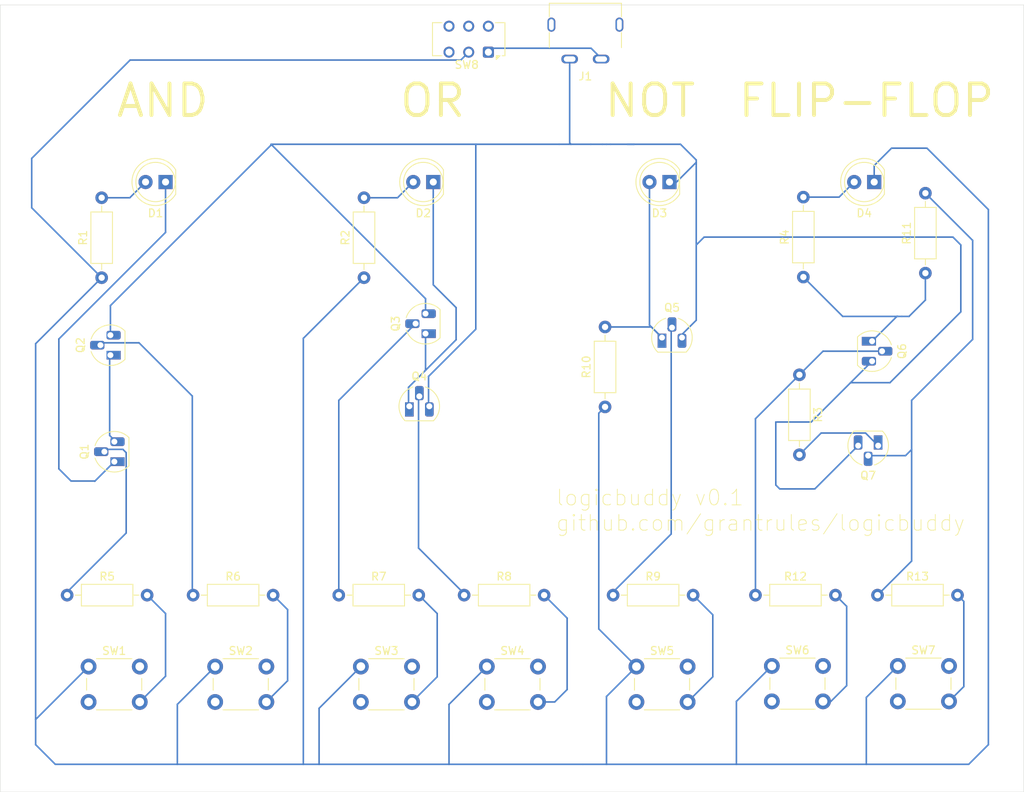
<source format=kicad_pcb>
(kicad_pcb (version 20240108) (generator "pcbnew") (generator_version "8.0")
  (layers (0 "F.Cu" signal) (31 "B.Cu" signal) (34 "B.Paste" user) (35 "F.Paste" user) (36 "B.SilkS" user "B.Silkscreen") (37 "F.SilkS" user "F.Silkscreen") (38 "B.Mask" user) (39 "F.Mask" user) (44 "Edge.Cuts" user))
  (net 0 "")
  (net 1 "Net-(D1-K)")
  (net 2 "Net-(D1-A)")
  (net 3 "Net-(D2-K)")
  (net 4 "Net-(D2-A)")
  (net 5 "Net-(D3-A)")
  (net 6 "Net-(D3-K)")
  (net 7 "Net-(D4-K)")
  (net 8 "Net-(Q1-B)")
  (net 9 "Net-(Q1-E)")
  (net 10 "Net-(Q3-B)")
  (net 11 "Net-(Q4-B)")
  (net 13 "Net-(Q2-B)")
  (net 14 "Net-(Q5-B)")
  (net 15 "Net-(SW1-B)")
  (net 16 "Net-(SW3-B)")
  (net 17 "Net-(SW4-B)")
  (net 18 "Net-(SW5-B)")
  (net 19 "Net-(SW2-B)")
  (net 20 "Net-(J1-GND)")
  (net 21 "Net-(D4-A)")
  (net 22 "Net-(Q6-C)")
  (net 23 "Net-(Q6-B)")
  (net 24 "Net-(Q7-B)")
  (net 25 "Net-(Q7-C)")
  (net 26 "Net-(SW7-B)")
  (net 27 "Net-(SW6-B)")
  (footprint "LED_THT:LED_D5.0mm" (layer "F.Cu") (at 38 34.5 180)
    (property "Reference" "D1" (at 1.27 -3.96 0) (layer "F.SilkS"))
    (property "Value" "LED")
    (fp_line (start -1.29 -1.545) (end -1.29 1.545) (stroke (width 0.12)) (layer "F.SilkS"))
    (fp_arc (start 4.26 -0.000462) (mid 2.072002 2.880433) (end -1.29 1.54483) (stroke (width 0.12)) (layer "F.SilkS"))
    (fp_arc (start -1.29 -1.54483) (mid 2.072002 -2.880433) (end 4.26 0.000462) (stroke (width 0.12)) (layer "F.SilkS"))
    (fp_circle (center 1.27 0) (end 3.77 0) (stroke (width 0.12)) (fill none) (layer "F.SilkS"))
    (pad "1" thru_hole rect (at 0 0 180) (size 1.8 1.8) (drill 0.9) (layers "*.Cu" "*.Mask") (net 1 "Net-(D1-K)"))
    (pad "2" thru_hole circle (at 2.54 0 180) (size 1.8 1.8) (drill 0.9) (layers "*.Cu" "*.Mask") (net 2 "Net-(D1-A)"))
  )
  (footprint "Resistor_THT:R_Axial_DIN0207_L6.3mm_D2.5mm_P10.16mm_Horizontal" (layer "F.Cu") (at 63.205 46.66 90)
    (property "Reference" "R2" (at 5.08 -2.37 90) (layer "F.SilkS"))
    (property "Value" "345")
    (fp_line (start 8.35 -1.37) (end 1.81 -1.37) (stroke (width 0.12)) (layer "F.SilkS"))
    (fp_line (start 1.81 -1.37) (end 1.81 1.37) (stroke (width 0.12)) (layer "F.SilkS"))
    (fp_line (start 9.12 0) (end 8.35 0) (stroke (width 0.12)) (layer "F.SilkS"))
    (fp_line (start 1.04 0) (end 1.81 0) (stroke (width 0.12)) (layer "F.SilkS"))
    (fp_line (start 8.35 1.37) (end 8.35 -1.37) (stroke (width 0.12)) (layer "F.SilkS"))
    (fp_line (start 1.81 1.37) (end 8.35 1.37) (stroke (width 0.12)) (layer "F.SilkS"))
    (pad "1" thru_hole circle (at 0 0 90) (size 1.6 1.6) (drill 0.8) (layers "*.Cu" "*.Mask") (net 7 "Net-(D4-K)"))
    (pad "2" thru_hole oval (at 10.16 0 90) (size 1.6 1.6) (drill 0.8) (layers "*.Cu" "*.Mask") (net 4 "Net-(D2-A)"))
  )
  (footprint "LED_THT:LED_D5.0mm" (layer "F.Cu") (at 102 34.5 180)
    (property "Reference" "D3" (at 1.27 -3.96 0) (layer "F.SilkS"))
    (property "Value" "LED")
    (fp_line (start -1.29 -1.545) (end -1.29 1.545) (stroke (width 0.12)) (layer "F.SilkS"))
    (fp_arc (start 4.26 -0.000462) (mid 2.072002 2.880433) (end -1.29 1.54483) (stroke (width 0.12)) (layer "F.SilkS"))
    (fp_arc (start -1.29 -1.54483) (mid 2.072002 -2.880433) (end 4.26 0.000462) (stroke (width 0.12)) (layer "F.SilkS"))
    (fp_circle (center 1.27 0) (end 3.77 0) (stroke (width 0.12)) (fill none) (layer "F.SilkS"))
    (pad "1" thru_hole rect (at 0 0 180) (size 1.8 1.8) (drill 0.9) (layers "*.Cu" "*.Mask") (net 6 "Net-(D3-K)"))
    (pad "2" thru_hole circle (at 2.54 0 180) (size 1.8 1.8) (drill 0.9) (layers "*.Cu" "*.Mask") (net 5 "Net-(D3-A)"))
  )
  (footprint "Button_Switch_THT:SW_PUSH_6mm_H5mm" (layer "F.Cu") (at 62.8025 96.0775)
    (property "Reference" "SW3" (at 3.25 -2 0) (layer "F.SilkS"))
    (property "Value" "SW_SPST")
    (fp_line (start -0.25 1.5) (end -0.25 3) (stroke (width 0.12)) (layer "F.SilkS"))
    (fp_line (start 1 5.5) (end 5.5 5.5) (stroke (width 0.12)) (layer "F.SilkS"))
    (fp_line (start 5.5 -1) (end 1 -1) (stroke (width 0.12)) (layer "F.SilkS"))
    (fp_line (start 6.75 3) (end 6.75 1.5) (stroke (width 0.12)) (layer "F.SilkS"))
    (pad "1" thru_hole circle (at 0 0 90) (size 2 2) (drill 1.1) (layers "*.Cu" "*.Mask") (net 7 "Net-(D4-K)"))
    (pad "1" thru_hole circle (at 6.5 0 90) (size 2 2) (drill 1.1) (layers "*.Cu" "*.Mask") (net 7 "Net-(D4-K)"))
    (pad "2" thru_hole circle (at 0 4.5 90) (size 2 2) (drill 1.1) (layers "*.Cu" "*.Mask") (net 16 "Net-(SW3-B)"))
    (pad "2" thru_hole circle (at 6.5 4.5 90) (size 2 2) (drill 1.1) (layers "*.Cu" "*.Mask") (net 16 "Net-(SW3-B)"))
  )
  (footprint "Resistor_THT:R_Axial_DIN0207_L6.3mm_D2.5mm_P10.16mm_Horizontal" (layer "F.Cu") (at 75.92 87)
    (property "Reference" "R8" (at 5.08 -2.37 0) (layer "F.SilkS"))
    (property "Value" "1k")
    (fp_line (start 1.04 0) (end 1.81 0) (stroke (width 0.12)) (layer "F.SilkS"))
    (fp_line (start 1.81 -1.37) (end 1.81 1.37) (stroke (width 0.12)) (layer "F.SilkS"))
    (fp_line (start 1.81 1.37) (end 8.35 1.37) (stroke (width 0.12)) (layer "F.SilkS"))
    (fp_line (start 8.35 -1.37) (end 1.81 -1.37) (stroke (width 0.12)) (layer "F.SilkS"))
    (fp_line (start 8.35 1.37) (end 8.35 -1.37) (stroke (width 0.12)) (layer "F.SilkS"))
    (fp_line (start 9.12 0) (end 8.35 0) (stroke (width 0.12)) (layer "F.SilkS"))
    (pad "1" thru_hole circle (at 0 0) (size 1.6 1.6) (drill 0.8) (layers "*.Cu" "*.Mask") (net 11 "Net-(Q4-B)"))
    (pad "2" thru_hole oval (at 10.16 0) (size 1.6 1.6) (drill 0.8) (layers "*.Cu" "*.Mask") (net 17 "Net-(SW4-B)"))
  )
  (footprint "Resistor_THT:R_Axial_DIN0207_L6.3mm_D2.5mm_P10.16mm_Horizontal" (layer "F.Cu") (at 41.5 87)
    (property "Reference" "R6" (at 5.08 -2.37 0) (layer "F.SilkS"))
    (property "Value" "1k")
    (fp_line (start 1.04 0) (end 1.81 0) (stroke (width 0.12)) (layer "F.SilkS"))
    (fp_line (start 1.81 -1.37) (end 1.81 1.37) (stroke (width 0.12)) (layer "F.SilkS"))
    (fp_line (start 1.81 1.37) (end 8.35 1.37) (stroke (width 0.12)) (layer "F.SilkS"))
    (fp_line (start 8.35 -1.37) (end 1.81 -1.37) (stroke (width 0.12)) (layer "F.SilkS"))
    (fp_line (start 8.35 1.37) (end 8.35 -1.37) (stroke (width 0.12)) (layer "F.SilkS"))
    (fp_line (start 9.12 0) (end 8.35 0) (stroke (width 0.12)) (layer "F.SilkS"))
    (pad "1" thru_hole circle (at 0 0) (size 1.6 1.6) (drill 0.8) (layers "*.Cu" "*.Mask") (net 13 "Net-(Q2-B)"))
    (pad "2" thru_hole oval (at 10.16 0) (size 1.6 1.6) (drill 0.8) (layers "*.Cu" "*.Mask") (net 19 "Net-(SW2-B)"))
  )
  (footprint "Resistor_THT:R_Axial_DIN0207_L6.3mm_D2.5mm_P10.16mm_Horizontal" (layer "F.Cu") (at 93.8175 63.08 90)
    (property "Reference" "R10" (at 5.08 -2.37 90) (layer "F.SilkS"))
    (property "Value" "345")
    (fp_line (start 8.35 -1.37) (end 1.81 -1.37) (stroke (width 0.12)) (layer "F.SilkS"))
    (fp_line (start 1.81 -1.37) (end 1.81 1.37) (stroke (width 0.12)) (layer "F.SilkS"))
    (fp_line (start 9.12 0) (end 8.35 0) (stroke (width 0.12)) (layer "F.SilkS"))
    (fp_line (start 1.04 0) (end 1.81 0) (stroke (width 0.12)) (layer "F.SilkS"))
    (fp_line (start 8.35 1.37) (end 8.35 -1.37) (stroke (width 0.12)) (layer "F.SilkS"))
    (fp_line (start 1.81 1.37) (end 8.35 1.37) (stroke (width 0.12)) (layer "F.SilkS"))
    (pad "1" thru_hole circle (at 0 0 90) (size 1.6 1.6) (drill 0.8) (layers "*.Cu" "*.Mask") (net 7 "Net-(D4-K)"))
    (pad "2" thru_hole oval (at 10.16 0 90) (size 1.6 1.6) (drill 0.8) (layers "*.Cu" "*.Mask") (net 5 "Net-(D3-A)"))
  )
  (footprint "LED_THT:LED_D5.0mm" (layer "F.Cu") (at 72 34.5 180)
    (property "Reference" "D2" (at 1.27 -3.96 0) (layer "F.SilkS"))
    (property "Value" "LED")
    (fp_line (start -1.29 -1.545) (end -1.29 1.545) (stroke (width 0.12)) (layer "F.SilkS"))
    (fp_arc (start 4.26 -0.000462) (mid 2.072002 2.880433) (end -1.29 1.54483) (stroke (width 0.12)) (layer "F.SilkS"))
    (fp_arc (start -1.29 -1.54483) (mid 2.072002 -2.880433) (end 4.26 0.000462) (stroke (width 0.12)) (layer "F.SilkS"))
    (fp_circle (center 1.27 0) (end 3.77 0) (stroke (width 0.12)) (fill none) (layer "F.SilkS"))
    (pad "1" thru_hole rect (at 0 0 180) (size 1.8 1.8) (drill 0.9) (layers "*.Cu" "*.Mask") (net 3 "Net-(D2-K)"))
    (pad "2" thru_hole circle (at 2.54 0 180) (size 1.8 1.8) (drill 0.9) (layers "*.Cu" "*.Mask") (net 4 "Net-(D2-A)"))
  )
  (footprint "Package_TO_SOT_THT:TO-92L_HandSolder" (layer "F.Cu") (at 128.5 68 180)
    (property "Reference" "Q7" (at 1.27 -3.8 0) (layer "F.SilkS"))
    (property "Value" "NPN")
    (fp_line (start -0.53 1.85) (end 3.07 1.85) (stroke (width 0.12)) (layer "F.SilkS"))
    (fp_arc (start 2.05 -2.45) (mid 3.769931 -0.601036) (end 3.078445 1.827684) (stroke (width 0.12)) (layer "F.SilkS"))
    (fp_arc (start -0.541453 1.842156) (mid -1.247298 -0.581475) (end 0.45 -2.45) (stroke (width 0.12)) (layer "F.SilkS"))
    (pad "1" thru_hole rect (at 0 0 180) (size 1.1 1.8) (drill 0.75 (offset 0 0.4)) (layers "*.Cu" "*.Mask") (net 25 "Net-(Q7-C)"))
    (pad "2" thru_hole roundrect (at 1.27 -1.27 180) (size 1.1 1.8) (drill 0.75 (offset 0 -0.4)) (layers "*.Cu" "*.Mask") (net 24 "Net-(Q7-B)"))
    (pad "3" thru_hole roundrect (at 2.54 0 180) (size 1.1 1.8) (drill 0.75 (offset 0 0.4)) (layers "*.Cu" "*.Mask") (net 6 "Net-(D3-K)"))
  )
  (footprint "Resistor_THT:R_Axial_DIN0207_L6.3mm_D2.5mm_P10.16mm_Horizontal" (layer "F.Cu") (at 29.8875 46.66 90)
    (property "Reference" "R1" (at 5.08 -2.37 90) (layer "F.SilkS"))
    (property "Value" "345")
    (fp_line (start 8.35 -1.37) (end 1.81 -1.37) (stroke (width 0.12)) (layer "F.SilkS"))
    (fp_line (start 1.81 -1.37) (end 1.81 1.37) (stroke (width 0.12)) (layer "F.SilkS"))
    (fp_line (start 9.12 0) (end 8.35 0) (stroke (width 0.12)) (layer "F.SilkS"))
    (fp_line (start 1.04 0) (end 1.81 0) (stroke (width 0.12)) (layer "F.SilkS"))
    (fp_line (start 8.35 1.37) (end 8.35 -1.37) (stroke (width 0.12)) (layer "F.SilkS"))
    (fp_line (start 1.81 1.37) (end 8.35 1.37) (stroke (width 0.12)) (layer "F.SilkS"))
    (pad "1" thru_hole circle (at 0 0 90) (size 1.6 1.6) (drill 0.8) (layers "*.Cu" "*.Mask") (net 7 "Net-(D4-K)"))
    (pad "2" thru_hole oval (at 10.16 0 90) (size 1.6 1.6) (drill 0.8) (layers "*.Cu" "*.Mask") (net 2 "Net-(D1-A)"))
  )
  (footprint "Resistor_THT:R_Axial_DIN0207_L6.3mm_D2.5mm_P10.16mm_Horizontal" (layer "F.Cu") (at 112.92 87)
    (property "Reference" "R12" (at 5.08 -2.37 0) (layer "F.SilkS"))
    (property "Value" "1k")
    (fp_line (start 1.04 0) (end 1.81 0) (stroke (width 0.12)) (layer "F.SilkS"))
    (fp_line (start 1.81 -1.37) (end 1.81 1.37) (stroke (width 0.12)) (layer "F.SilkS"))
    (fp_line (start 1.81 1.37) (end 8.35 1.37) (stroke (width 0.12)) (layer "F.SilkS"))
    (fp_line (start 8.35 -1.37) (end 1.81 -1.37) (stroke (width 0.12)) (layer "F.SilkS"))
    (fp_line (start 8.35 1.37) (end 8.35 -1.37) (stroke (width 0.12)) (layer "F.SilkS"))
    (fp_line (start 9.12 0) (end 8.35 0) (stroke (width 0.12)) (layer "F.SilkS"))
    (pad "1" thru_hole circle (at 0 0) (size 1.6 1.6) (drill 0.8) (layers "*.Cu" "*.Mask") (net 23 "Net-(Q6-B)"))
    (pad "2" thru_hole oval (at 10.16 0) (size 1.6 1.6) (drill 0.8) (layers "*.Cu" "*.Mask") (net 27 "Net-(SW6-B)"))
  )
  (footprint "Button_Switch_THT:SW_PUSH_6mm_H5mm" (layer "F.Cu") (at 78.8025 96.0775)
    (property "Reference" "SW4" (at 3.25 -2 0) (layer "F.SilkS"))
    (property "Value" "SW_SPST")
    (fp_line (start -0.25 1.5) (end -0.25 3) (stroke (width 0.12)) (layer "F.SilkS"))
    (fp_line (start 1 5.5) (end 5.5 5.5) (stroke (width 0.12)) (layer "F.SilkS"))
    (fp_line (start 5.5 -1) (end 1 -1) (stroke (width 0.12)) (layer "F.SilkS"))
    (fp_line (start 6.75 3) (end 6.75 1.5) (stroke (width 0.12)) (layer "F.SilkS"))
    (pad "1" thru_hole circle (at 0 0 90) (size 2 2) (drill 1.1) (layers "*.Cu" "*.Mask") (net 7 "Net-(D4-K)"))
    (pad "1" thru_hole circle (at 6.5 0 90) (size 2 2) (drill 1.1) (layers "*.Cu" "*.Mask") (net 7 "Net-(D4-K)"))
    (pad "2" thru_hole circle (at 0 4.5 90) (size 2 2) (drill 1.1) (layers "*.Cu" "*.Mask") (net 17 "Net-(SW4-B)"))
    (pad "2" thru_hole circle (at 6.5 4.5 90) (size 2 2) (drill 1.1) (layers "*.Cu" "*.Mask") (net 17 "Net-(SW4-B)"))
  )
  (footprint "Package_TO_SOT_THT:TO-92L_HandSolder" (layer "F.Cu") (at 101.0475 54.27)
    (property "Reference" "Q5" (at 1.27 -3.8 0) (layer "F.SilkS"))
    (property "Value" "NPN")
    (fp_line (start -0.53 1.85) (end 3.07 1.85) (stroke (width 0.12)) (layer "F.SilkS"))
    (fp_arc (start -0.541453 1.842156) (mid -1.247298 -0.581475) (end 0.45 -2.45) (stroke (width 0.12)) (layer "F.SilkS"))
    (fp_arc (start 2.05 -2.45) (mid 3.769931 -0.601036) (end 3.078445 1.827684) (stroke (width 0.12)) (layer "F.SilkS"))
    (pad "1" thru_hole rect (at 0 0) (size 1.1 1.8) (drill 0.75 (offset 0 0.4)) (layers "*.Cu" "*.Mask") (net 5 "Net-(D3-A)"))
    (pad "2" thru_hole roundrect (at 1.27 -1.27) (size 1.1 1.8) (drill 0.75 (offset 0 -0.4)) (layers "*.Cu" "*.Mask") (net 14 "Net-(Q5-B)"))
    (pad "3" thru_hole roundrect (at 2.54 0) (size 1.1 1.8) (drill 0.75 (offset 0 0.4)) (layers "*.Cu" "*.Mask") (net 6 "Net-(D3-K)"))
  )
  (footprint "Button_Switch_THT:SW_PUSH_6mm_H5mm" (layer "F.Cu") (at 115 96)
    (property "Reference" "SW6" (at 3.25 -2 0) (layer "F.SilkS"))
    (property "Value" "SW_SPST")
    (fp_line (start -0.25 1.5) (end -0.25 3) (stroke (width 0.12)) (layer "F.SilkS"))
    (fp_line (start 1 5.5) (end 5.5 5.5) (stroke (width 0.12)) (layer "F.SilkS"))
    (fp_line (start 5.5 -1) (end 1 -1) (stroke (width 0.12)) (layer "F.SilkS"))
    (fp_line (start 6.75 3) (end 6.75 1.5) (stroke (width 0.12)) (layer "F.SilkS"))
    (pad "1" thru_hole circle (at 0 0 90) (size 2 2) (drill 1.1) (layers "*.Cu" "*.Mask") (net 7 "Net-(D4-K)"))
    (pad "1" thru_hole circle (at 6.5 0 90) (size 2 2) (drill 1.1) (layers "*.Cu" "*.Mask") (net 7 "Net-(D4-K)"))
    (pad "2" thru_hole circle (at 0 4.5 90) (size 2 2) (drill 1.1) (layers "*.Cu" "*.Mask") (net 27 "Net-(SW6-B)"))
    (pad "2" thru_hole circle (at 6.5 4.5 90) (size 2 2) (drill 1.1) (layers "*.Cu" "*.Mask") (net 27 "Net-(SW6-B)"))
  )
  (footprint "Resistor_THT:R_Axial_DIN0207_L6.3mm_D2.5mm_P10.16mm_Horizontal" (layer "F.Cu") (at 128.42 87)
    (property "Reference" "R13" (at 5.08 -2.37 0) (layer "F.SilkS"))
    (property "Value" "1k")
    (fp_line (start 1.04 0) (end 1.81 0) (stroke (width 0.12)) (layer "F.SilkS"))
    (fp_line (start 1.81 -1.37) (end 1.81 1.37) (stroke (width 0.12)) (layer "F.SilkS"))
    (fp_line (start 1.81 1.37) (end 8.35 1.37) (stroke (width 0.12)) (layer "F.SilkS"))
    (fp_line (start 8.35 -1.37) (end 1.81 -1.37) (stroke (width 0.12)) (layer "F.SilkS"))
    (fp_line (start 8.35 1.37) (end 8.35 -1.37) (stroke (width 0.12)) (layer "F.SilkS"))
    (fp_line (start 9.12 0) (end 8.35 0) (stroke (width 0.12)) (layer "F.SilkS"))
    (pad "1" thru_hole circle (at 0 0) (size 1.6 1.6) (drill 0.8) (layers "*.Cu" "*.Mask") (net 24 "Net-(Q7-B)"))
    (pad "2" thru_hole oval (at 10.16 0) (size 1.6 1.6) (drill 0.8) (layers "*.Cu" "*.Mask") (net 26 "Net-(SW7-B)"))
  )
  (footprint "Button_Switch_THT:SW_CK_JS202011CQN_DPDT_Straight" (layer "F.Cu") (at 79 18 180)
    (property "Reference" "SW8" (at 2.75 -1.6 180) (layer "F.SilkS"))
    (property "Value" "SW_DIP_x01")
    (fp_line (start 7.1 3.75) (end 5.9 3.75) (stroke (width 0.12)) (layer "F.SilkS"))
    (fp_line (start 7.1 -0.45) (end 7.1 3.75) (stroke (width 0.12)) (layer "F.SilkS"))
    (fp_line (start 5.9 -0.45) (end 7.1 -0.45) (stroke (width 0.12)) (layer "F.SilkS"))
    (fp_line (start -1.75 -0.45) (end -2.1 -0.45) (stroke (width 0.12)) (layer "F.SilkS"))
    (fp_line (start -2.1 3.75) (end -0.9 3.75) (stroke (width 0.12)) (layer "F.SilkS"))
    (fp_line (start -2.1 -0.45) (end -2.1 3.75) (stroke (width 0.12)) (layer "F.SilkS"))
    (fp_poly (pts (xy -1 -0.45) (xy -1.48 -0.45) (xy -1 -0.93) (xy -1 -0.45)) (stroke (width 0.12)) (fill solid) (layer "F.SilkS"))
    (pad "1" thru_hole roundrect (at 0 0 180) (size 1.4 1.4) (drill 0.9) (layers "*.Cu" "*.Mask") (roundrect_rratio 0.1785714286) (net 20 "Net-(J1-GND)"))
    (pad "2" thru_hole circle (at 2.5 0 180) (size 1.4 1.4) (drill 0.9) (layers "*.Cu" "*.Mask") (net 7 "Net-(D4-K)"))
    (pad "3" thru_hole circle (at 5 0 180) (size 1.4 1.4) (drill 0.9) (layers "*.Cu" "*.Mask"))
    (pad "4" thru_hole circle (at 5 3.3 180) (size 1.4 1.4) (drill 0.9) (layers "*.Cu" "*.Mask"))
    (pad "5" thru_hole circle (at 2.5 3.3 180) (size 1.4 1.4) (drill 0.9) (layers "*.Cu" "*.Mask"))
    (pad "6" thru_hole circle (at 0 3.3 180) (size 1.4 1.4) (drill 0.9) (layers "*.Cu" "*.Mask"))
  )
  (footprint "Package_TO_SOT_THT:TO-92L_HandSolder" (layer "F.Cu") (at 71.02 53.77 90)
    (property "Reference" "Q3" (at 1.27 -3.8 90) (layer "F.SilkS"))
    (property "Value" "NPN")
    (fp_line (start -0.53 1.85) (end 3.07 1.85) (stroke (width 0.12)) (layer "F.SilkS"))
    (fp_arc (start 2.05 -2.45) (mid 3.769931 -0.601036) (end 3.078445 1.827684) (stroke (width 0.12)) (layer "F.SilkS"))
    (fp_arc (start -0.541453 1.842156) (mid -1.247298 -0.581475) (end 0.45 -2.45) (stroke (width 0.12)) (layer "F.SilkS"))
    (pad "1" thru_hole rect (at 0 0 90) (size 1.1 1.8) (drill 0.75 (offset 0 0.4)) (layers "*.Cu" "*.Mask") (net 3 "Net-(D2-K)"))
    (pad "2" thru_hole roundrect (at 1.27 -1.27 90) (size 1.1 1.8) (drill 0.75 (offset 0 -0.4)) (layers "*.Cu" "*.Mask") (net 10 "Net-(Q3-B)"))
    (pad "3" thru_hole roundrect (at 2.54 0 90) (size 1.1 1.8) (drill 0.75 (offset 0 0.4)) (layers "*.Cu" "*.Mask") (net 6 "Net-(D3-K)"))
  )
  (footprint "Resistor_THT:R_Axial_DIN0207_L6.3mm_D2.5mm_P10.16mm_Horizontal" (layer "F.Cu") (at 94.84 87)
    (property "Reference" "R9" (at 5.08 -2.37 0) (layer "F.SilkS"))
    (property "Value" "1k")
    (fp_line (start 1.04 0) (end 1.81 0) (stroke (width 0.12)) (layer "F.SilkS"))
    (fp_line (start 1.81 -1.37) (end 1.81 1.37) (stroke (width 0.12)) (layer "F.SilkS"))
    (fp_line (start 1.81 1.37) (end 8.35 1.37) (stroke (width 0.12)) (layer "F.SilkS"))
    (fp_line (start 8.35 -1.37) (end 1.81 -1.37) (stroke (width 0.12)) (layer "F.SilkS"))
    (fp_line (start 8.35 1.37) (end 8.35 -1.37) (stroke (width 0.12)) (layer "F.SilkS"))
    (fp_line (start 9.12 0) (end 8.35 0) (stroke (width 0.12)) (layer "F.SilkS"))
    (pad "1" thru_hole circle (at 0 0) (size 1.6 1.6) (drill 0.8) (layers "*.Cu" "*.Mask") (net 14 "Net-(Q5-B)"))
    (pad "2" thru_hole oval (at 10.16 0) (size 1.6 1.6) (drill 0.8) (layers "*.Cu" "*.Mask") (net 18 "Net-(SW5-B)"))
  )
  (footprint "Button_Switch_THT:SW_PUSH_6mm_H5mm" (layer "F.Cu") (at 97.8025 96.0775)
    (property "Reference" "SW5" (at 3.25 -2 0) (layer "F.SilkS"))
    (property "Value" "SW_SPST")
    (fp_line (start -0.25 1.5) (end -0.25 3) (stroke (width 0.12)) (layer "F.SilkS"))
    (fp_line (start 1 5.5) (end 5.5 5.5) (stroke (width 0.12)) (layer "F.SilkS"))
    (fp_line (start 5.5 -1) (end 1 -1) (stroke (width 0.12)) (layer "F.SilkS"))
    (fp_line (start 6.75 3) (end 6.75 1.5) (stroke (width 0.12)) (layer "F.SilkS"))
    (pad "1" thru_hole circle (at 0 0 90) (size 2 2) (drill 1.1) (layers "*.Cu" "*.Mask") (net 7 "Net-(D4-K)"))
    (pad "1" thru_hole circle (at 6.5 0 90) (size 2 2) (drill 1.1) (layers "*.Cu" "*.Mask") (net 7 "Net-(D4-K)"))
    (pad "2" thru_hole circle (at 0 4.5 90) (size 2 2) (drill 1.1) (layers "*.Cu" "*.Mask") (net 18 "Net-(SW5-B)"))
    (pad "2" thru_hole circle (at 6.5 4.5 90) (size 2 2) (drill 1.1) (layers "*.Cu" "*.Mask") (net 18 "Net-(SW5-B)"))
  )
  (footprint "Button_Switch_THT:SW_PUSH_6mm_H5mm" (layer "F.Cu") (at 131 96)
    (property "Reference" "SW7" (at 3.25 -2 0) (layer "F.SilkS"))
    (property "Value" "SW_SPST")
    (fp_line (start -0.25 1.5) (end -0.25 3) (stroke (width 0.12)) (layer "F.SilkS"))
    (fp_line (start 1 5.5) (end 5.5 5.5) (stroke (width 0.12)) (layer "F.SilkS"))
    (fp_line (start 5.5 -1) (end 1 -1) (stroke (width 0.12)) (layer "F.SilkS"))
    (fp_line (start 6.75 3) (end 6.75 1.5) (stroke (width 0.12)) (layer "F.SilkS"))
    (pad "1" thru_hole circle (at 0 0 90) (size 2 2) (drill 1.1) (layers "*.Cu" "*.Mask") (net 7 "Net-(D4-K)"))
    (pad "1" thru_hole circle (at 6.5 0 90) (size 2 2) (drill 1.1) (layers "*.Cu" "*.Mask") (net 7 "Net-(D4-K)"))
    (pad "2" thru_hole circle (at 0 4.5 90) (size 2 2) (drill 1.1) (layers "*.Cu" "*.Mask") (net 26 "Net-(SW7-B)"))
    (pad "2" thru_hole circle (at 6.5 4.5 90) (size 2 2) (drill 1.1) (layers "*.Cu" "*.Mask") (net 26 "Net-(SW7-B)"))
  )
  (footprint "Resistor_THT:R_Axial_DIN0207_L6.3mm_D2.5mm_P10.16mm_Horizontal" (layer "F.Cu") (at 118.5 59 -90)
    (property "Reference" "R3" (at 5.08 -2.37 90) (layer "F.SilkS"))
    (property "Value" "10k")
    (fp_line (start 1.81 1.37) (end 8.35 1.37) (stroke (width 0.12)) (layer "F.SilkS"))
    (fp_line (start 8.35 1.37) (end 8.35 -1.37) (stroke (width 0.12)) (layer "F.SilkS"))
    (fp_line (start 1.04 0) (end 1.81 0) (stroke (width 0.12)) (layer "F.SilkS"))
    (fp_line (start 9.12 0) (end 8.35 0) (stroke (width 0.12)) (layer "F.SilkS"))
    (fp_line (start 1.81 -1.37) (end 1.81 1.37) (stroke (width 0.12)) (layer "F.SilkS"))
    (fp_line (start 8.35 -1.37) (end 1.81 -1.37) (stroke (width 0.12)) (layer "F.SilkS"))
    (pad "1" thru_hole circle (at 0 0 270) (size 1.6 1.6) (drill 0.8) (layers "*.Cu" "*.Mask") (net 23 "Net-(Q6-B)"))
    (pad "2" thru_hole oval (at 10.16 0 270) (size 1.6 1.6) (drill 0.8) (layers "*.Cu" "*.Mask") (net 25 "Net-(Q7-C)"))
  )
  (footprint "Package_TO_SOT_THT:TO-92L_HandSolder" (layer "F.Cu") (at 31.5 70.04 90)
    (property "Reference" "Q1" (at 1.27 -3.8 90) (layer "F.SilkS"))
    (property "Value" "NPN")
    (fp_line (start -0.53 1.85) (end 3.07 1.85) (stroke (width 0.12)) (layer "F.SilkS"))
    (fp_arc (start 2.05 -2.45) (mid 3.769931 -0.601036) (end 3.078445 1.827684) (stroke (width 0.12)) (layer "F.SilkS"))
    (fp_arc (start -0.541453 1.842156) (mid -1.247298 -0.581475) (end 0.45 -2.45) (stroke (width 0.12)) (layer "F.SilkS"))
    (pad "1" thru_hole rect (at 0 0 90) (size 1.1 1.8) (drill 0.75 (offset 0 0.4)) (layers "*.Cu" "*.Mask") (net 1 "Net-(D1-K)"))
    (pad "2" thru_hole roundrect (at 1.27 -1.27 90) (size 1.1 1.8) (drill 0.75 (offset 0 -0.4)) (layers "*.Cu" "*.Mask") (net 8 "Net-(Q1-B)"))
    (pad "3" thru_hole roundrect (at 2.54 0 90) (size 1.1 1.8) (drill 0.75 (offset 0 0.4)) (layers "*.Cu" "*.Mask") (net 9 "Net-(Q1-E)"))
  )
  (footprint "Resistor_THT:R_Axial_DIN0207_L6.3mm_D2.5mm_P10.16mm_Horizontal" (layer "F.Cu") (at 119 46.58 90)
    (property "Reference" "R4" (at 5.08 -2.37 90) (layer "F.SilkS"))
    (property "Value" "345")
    (fp_line (start 8.35 -1.37) (end 1.81 -1.37) (stroke (width 0.12)) (layer "F.SilkS"))
    (fp_line (start 1.81 -1.37) (end 1.81 1.37) (stroke (width 0.12)) (layer "F.SilkS"))
    (fp_line (start 9.12 0) (end 8.35 0) (stroke (width 0.12)) (layer "F.SilkS"))
    (fp_line (start 1.04 0) (end 1.81 0) (stroke (width 0.12)) (layer "F.SilkS"))
    (fp_line (start 8.35 1.37) (end 8.35 -1.37) (stroke (width 0.12)) (layer "F.SilkS"))
    (fp_line (start 1.81 1.37) (end 8.35 1.37) (stroke (width 0.12)) (layer "F.SilkS"))
    (pad "1" thru_hole circle (at 0 0 90) (size 1.6 1.6) (drill 0.8) (layers "*.Cu" "*.Mask") (net 22 "Net-(Q6-C)"))
    (pad "2" thru_hole oval (at 10.16 0 90) (size 1.6 1.6) (drill 0.8) (layers "*.Cu" "*.Mask") (net 21 "Net-(D4-A)"))
  )
  (footprint "Resistor_THT:R_Axial_DIN0207_L6.3mm_D2.5mm_P10.16mm_Horizontal" (layer "F.Cu") (at 25.5 87)
    (property "Reference" "R5" (at 5.08 -2.37 0) (layer "F.SilkS"))
    (property "Value" "1k")
    (fp_line (start 1.04 0) (end 1.81 0) (stroke (width 0.12)) (layer "F.SilkS"))
    (fp_line (start 1.81 -1.37) (end 1.81 1.37) (stroke (width 0.12)) (layer "F.SilkS"))
    (fp_line (start 1.81 1.37) (end 8.35 1.37) (stroke (width 0.12)) (layer "F.SilkS"))
    (fp_line (start 8.35 -1.37) (end 1.81 -1.37) (stroke (width 0.12)) (layer "F.SilkS"))
    (fp_line (start 8.35 1.37) (end 8.35 -1.37) (stroke (width 0.12)) (layer "F.SilkS"))
    (fp_line (start 9.12 0) (end 8.35 0) (stroke (width 0.12)) (layer "F.SilkS"))
    (pad "1" thru_hole circle (at 0 0) (size 1.6 1.6) (drill 0.8) (layers "*.Cu" "*.Mask") (net 8 "Net-(Q1-B)"))
    (pad "2" thru_hole oval (at 10.16 0) (size 1.6 1.6) (drill 0.8) (layers "*.Cu" "*.Mask") (net 15 "Net-(SW1-B)"))
  )
  (footprint "Resistor_THT:R_Axial_DIN0207_L6.3mm_D2.5mm_P10.16mm_Horizontal" (layer "F.Cu") (at 60 87)
    (property "Reference" "R7" (at 5.08 -2.37 0) (layer "F.SilkS"))
    (property "Value" "1k")
    (fp_line (start 1.04 0) (end 1.81 0) (stroke (width 0.12)) (layer "F.SilkS"))
    (fp_line (start 1.81 -1.37) (end 1.81 1.37) (stroke (width 0.12)) (layer "F.SilkS"))
    (fp_line (start 1.81 1.37) (end 8.35 1.37) (stroke (width 0.12)) (layer "F.SilkS"))
    (fp_line (start 8.35 -1.37) (end 1.81 -1.37) (stroke (width 0.12)) (layer "F.SilkS"))
    (fp_line (start 8.35 1.37) (end 8.35 -1.37) (stroke (width 0.12)) (layer "F.SilkS"))
    (fp_line (start 9.12 0) (end 8.35 0) (stroke (width 0.12)) (layer "F.SilkS"))
    (pad "1" thru_hole circle (at 0 0) (size 1.6 1.6) (drill 0.8) (layers "*.Cu" "*.Mask") (net 10 "Net-(Q3-B)"))
    (pad "2" thru_hole oval (at 10.16 0) (size 1.6 1.6) (drill 0.8) (layers "*.Cu" "*.Mask") (net 16 "Net-(SW3-B)"))
  )
  (footprint "Package_TO_SOT_THT:TO-92L_HandSolder" (layer "F.Cu") (at 127.73 54.73 -90)
    (property "Reference" "Q6" (at 1.27 -3.8 90) (layer "F.SilkS"))
    (property "Value" "NPN")
    (fp_line (start -0.53 1.85) (end 3.07 1.85) (stroke (width 0.12)) (layer "F.SilkS"))
    (fp_arc (start -0.541453 1.842156) (mid -1.247298 -0.581475) (end 0.45 -2.45) (stroke (width 0.12)) (layer "F.SilkS"))
    (fp_arc (start 2.05 -2.45) (mid 3.769931 -0.601036) (end 3.078445 1.827684) (stroke (width 0.12)) (layer "F.SilkS"))
    (pad "1" thru_hole rect (at 0 0 270) (size 1.1 1.8) (drill 0.75 (offset 0 0.4)) (layers "*.Cu" "*.Mask") (net 22 "Net-(Q6-C)"))
    (pad "2" thru_hole roundrect (at 1.27 -1.27 270) (size 1.1 1.8) (drill 0.75 (offset 0 -0.4)) (layers "*.Cu" "*.Mask") (net 23 "Net-(Q6-B)"))
    (pad "3" thru_hole roundrect (at 2.54 0 270) (size 1.1 1.8) (drill 0.75 (offset 0 0.4)) (layers "*.Cu" "*.Mask") (net 6 "Net-(D3-K)"))
  )
  (footprint "Button_Switch_THT:SW_PUSH_6mm_H5mm" (layer "F.Cu") (at 28.225 96.0775)
    (property "Reference" "SW1" (at 3.25 -2 0) (layer "F.SilkS"))
    (property "Value" "SW_SPST")
    (fp_line (start -0.25 1.5) (end -0.25 3) (stroke (width 0.12)) (layer "F.SilkS"))
    (fp_line (start 1 5.5) (end 5.5 5.5) (stroke (width 0.12)) (layer "F.SilkS"))
    (fp_line (start 5.5 -1) (end 1 -1) (stroke (width 0.12)) (layer "F.SilkS"))
    (fp_line (start 6.75 3) (end 6.75 1.5) (stroke (width 0.12)) (layer "F.SilkS"))
    (pad "1" thru_hole circle (at 0 0 90) (size 2 2) (drill 1.1) (layers "*.Cu" "*.Mask") (net 7 "Net-(D4-K)"))
    (pad "1" thru_hole circle (at 6.5 0 90) (size 2 2) (drill 1.1) (layers "*.Cu" "*.Mask") (net 7 "Net-(D4-K)"))
    (pad "2" thru_hole circle (at 0 4.5 90) (size 2 2) (drill 1.1) (layers "*.Cu" "*.Mask") (net 15 "Net-(SW1-B)"))
    (pad "2" thru_hole circle (at 6.5 4.5 90) (size 2 2) (drill 1.1) (layers "*.Cu" "*.Mask") (net 15 "Net-(SW1-B)"))
  )
  (footprint "Resistor_THT:R_Axial_DIN0207_L6.3mm_D2.5mm_P10.16mm_Horizontal" (layer "F.Cu") (at 134.5 46.08 90)
    (property "Reference" "R11" (at 5.08 -2.37 90) (layer "F.SilkS"))
    (property "Value" "10k")
    (fp_line (start 8.35 -1.37) (end 1.81 -1.37) (stroke (width 0.12)) (layer "F.SilkS"))
    (fp_line (start 1.81 -1.37) (end 1.81 1.37) (stroke (width 0.12)) (layer "F.SilkS"))
    (fp_line (start 9.12 0) (end 8.35 0) (stroke (width 0.12)) (layer "F.SilkS"))
    (fp_line (start 1.04 0) (end 1.81 0) (stroke (width 0.12)) (layer "F.SilkS"))
    (fp_line (start 8.35 1.37) (end 8.35 -1.37) (stroke (width 0.12)) (layer "F.SilkS"))
    (fp_line (start 1.81 1.37) (end 8.35 1.37) (stroke (width 0.12)) (layer "F.SilkS"))
    (pad "1" thru_hole circle (at 0 0 90) (size 1.6 1.6) (drill 0.8) (layers "*.Cu" "*.Mask") (net 22 "Net-(Q6-C)"))
    (pad "2" thru_hole oval (at 10.16 0 90) (size 1.6 1.6) (drill 0.8) (layers "*.Cu" "*.Mask") (net 24 "Net-(Q7-B)"))
  )
  (footprint "Button_Switch_THT:SW_PUSH_6mm_H5mm" (layer "F.Cu") (at 44.3025 96.0775)
    (property "Reference" "SW2" (at 3.25 -2 0) (layer "F.SilkS"))
    (property "Value" "SW_SPST")
    (fp_line (start -0.25 1.5) (end -0.25 3) (stroke (width 0.12)) (layer "F.SilkS"))
    (fp_line (start 1 5.5) (end 5.5 5.5) (stroke (width 0.12)) (layer "F.SilkS"))
    (fp_line (start 5.5 -1) (end 1 -1) (stroke (width 0.12)) (layer "F.SilkS"))
    (fp_line (start 6.75 3) (end 6.75 1.5) (stroke (width 0.12)) (layer "F.SilkS"))
    (pad "1" thru_hole circle (at 0 0 90) (size 2 2) (drill 1.1) (layers "*.Cu" "*.Mask") (net 7 "Net-(D4-K)"))
    (pad "1" thru_hole circle (at 6.5 0 90) (size 2 2) (drill 1.1) (layers "*.Cu" "*.Mask") (net 7 "Net-(D4-K)"))
    (pad "2" thru_hole circle (at 0 4.5 90) (size 2 2) (drill 1.1) (layers "*.Cu" "*.Mask") (net 19 "Net-(SW2-B)"))
    (pad "2" thru_hole circle (at 6.5 4.5 90) (size 2 2) (drill 1.1) (layers "*.Cu" "*.Mask") (net 19 "Net-(SW2-B)"))
  )
  (footprint "LED_THT:LED_D5.0mm" (layer "F.Cu") (at 128 34.5 180)
    (property "Reference" "D4" (at 1.27 -3.96 0) (layer "F.SilkS"))
    (property "Value" "LED")
    (fp_line (start -1.29 -1.545) (end -1.29 1.545) (stroke (width 0.12)) (layer "F.SilkS"))
    (fp_arc (start 4.26 -0.000462) (mid 2.072002 2.880433) (end -1.29 1.54483) (stroke (width 0.12)) (layer "F.SilkS"))
    (fp_arc (start -1.29 -1.54483) (mid 2.072002 -2.880433) (end 4.26 0.000462) (stroke (width 0.12)) (layer "F.SilkS"))
    (fp_circle (center 1.27 0) (end 3.77 0) (stroke (width 0.12)) (fill none) (layer "F.SilkS"))
    (pad "1" thru_hole rect (at 0 0 180) (size 1.8 1.8) (drill 0.9) (layers "*.Cu" "*.Mask") (net 7 "Net-(D4-K)"))
    (pad "2" thru_hole circle (at 2.54 0 180) (size 1.8 1.8) (drill 0.9) (layers "*.Cu" "*.Mask") (net 21 "Net-(D4-A)"))
  )
  (footprint "Package_TO_SOT_THT:TO-92L_HandSolder" (layer "F.Cu") (at 31 56.5 90)
    (property "Reference" "Q2" (at 1.27 -3.8 90) (layer "F.SilkS"))
    (property "Value" "NPN")
    (fp_line (start -0.53 1.85) (end 3.07 1.85) (stroke (width 0.12)) (layer "F.SilkS"))
    (fp_arc (start 2.05 -2.45) (mid 3.769931 -0.601036) (end 3.078445 1.827684) (stroke (width 0.12)) (layer "F.SilkS"))
    (fp_arc (start -0.541453 1.842156) (mid -1.247298 -0.581475) (end 0.45 -2.45) (stroke (width 0.12)) (layer "F.SilkS"))
    (pad "1" thru_hole rect (at 0 0 90) (size 1.1 1.8) (drill 0.75 (offset 0 0.4)) (layers "*.Cu" "*.Mask") (net 9 "Net-(Q1-E)"))
    (pad "2" thru_hole roundrect (at 1.27 -1.27 90) (size 1.1 1.8) (drill 0.75 (offset 0 -0.4)) (layers "*.Cu" "*.Mask") (net 13 "Net-(Q2-B)"))
    (pad "3" thru_hole roundrect (at 2.54 0 90) (size 1.1 1.8) (drill 0.75 (offset 0 0.4)) (layers "*.Cu" "*.Mask") (net 6 "Net-(D3-K)"))
  )
  (footprint "Aliexpress crap:USB_C_2pin-aliexpress" (layer "F.Cu") (at 91.32 15.575 180)
    (property "Reference" "J1" (at 0 -5.5 0) (layer "F.SilkS"))
    (property "Value" "USB_C_2PIN")
    (fp_line (start 4.58 3.785) (end -4.58 3.785) (stroke (width 0.12)) (layer "F.SilkS"))
    (fp_line (start 4.58 2.08) (end 4.58 3.785) (stroke (width 0.12)) (layer "F.SilkS"))
    (fp_line (start 4.58 0.07) (end 4.58 -1.85) (stroke (width 0.12)) (layer "F.SilkS"))
    (fp_line (start -4.58 3.785) (end -4.58 2.08) (stroke (width 0.12)) (layer "F.SilkS"))
    (fp_line (start -4.58 -1.85) (end -4.58 0.07) (stroke (width 0.12)) (layer "F.SilkS"))
    (pad "A1" thru_hole roundrect (at 2 -3.3 180) (size 2.1 1.1) (drill oval 1.5 0.7) (layers "*.Cu" "*.Mask") (roundrect_rratio 0.4545454545) (net 6 "Net-(D3-K)"))
    (pad "A4" thru_hole roundrect (at -2 -3.3 180) (size 2.1 1.1) (drill oval 1.5 0.7) (layers "*.Cu" "*.Mask") (roundrect_rratio 0.4545454545) (net 20 "Net-(J1-GND)"))
    (pad "S1" thru_hole oval (at -4.32 1.075 180) (size 1 1.8) (drill oval 0.6 1.4) (layers "*.Cu" "*.Mask"))
    (pad "S1" thru_hole oval (at 4.32 1.075 180) (size 1 1.8) (drill oval 0.6 1.4) (layers "*.Cu" "*.Mask"))
  )
  (footprint "Package_TO_SOT_THT:TO-92L_HandSolder" (layer "F.Cu") (at 68.96 63)
    (property "Reference" "Q4" (at 1.27 -3.8 0) (layer "F.SilkS"))
    (property "Value" "NPN")
    (fp_line (start -0.53 1.85) (end 3.07 1.85) (stroke (width 0.12)) (layer "F.SilkS"))
    (fp_arc (start -0.541453 1.842156) (mid -1.247298 -0.581475) (end 0.45 -2.45) (stroke (width 0.12)) (layer "F.SilkS"))
    (fp_arc (start 2.05 -2.45) (mid 3.769931 -0.601036) (end 3.078445 1.827684) (stroke (width 0.12)) (layer "F.SilkS"))
    (pad "1" thru_hole rect (at 0 0) (size 1.1 1.8) (drill 0.75 (offset 0 0.4)) (layers "*.Cu" "*.Mask") (net 3 "Net-(D2-K)"))
    (pad "2" thru_hole roundrect (at 1.27 -1.27) (size 1.1 1.8) (drill 0.75 (offset 0 -0.4)) (layers "*.Cu" "*.Mask") (net 11 "Net-(Q4-B)"))
    (pad "3" thru_hole roundrect (at 2.54 0) (size 1.1 1.8) (drill 0.75 (offset 0 0.4)) (layers "*.Cu" "*.Mask") (net 6 "Net-(D3-K)"))
  )
  (gr_rect (start 17 12) (end 147 112) (stroke (width 0.05)) (fill none) (layer "Edge.Cuts"))
  (gr_text "logicbuddy v0.1\ngithub.com/grantrules/logicbuddy" (at 87.5 79 0) (layer "F.SilkS") (effects (font (size 2 2) (thickness 0.1)) (justify left bottom)))
  (gr_text "NOT" (at 93.5 26.5 0) (layer "F.SilkS") (effects (font (size 4 4) (thickness 0.5)) (justify left bottom)))
  (gr_text "OR" (at 67.5 26.5 0) (layer "F.SilkS") (effects (font (size 4 4) (thickness 0.5)) (justify left bottom)))
  (gr_text "FLIP-FLOP" (at 110.5 26.5 0) (layer "F.SilkS") (effects (font (size 4 4) (thickness 0.5)) (justify left bottom)))
  (gr_text "AND" (at 31.5 26.5 0) (layer "F.SilkS") (effects (font (size 4 4) (thickness 0.5)) (justify left bottom)))
  (segment (start 24.45 54.45) (end 24.45 70.95) (width 0.2) (layer "B.Cu") (net 1))
  (segment (start 38 40.9) (end 24.45 54.45) (width 0.2) (layer "B.Cu") (net 1))
  (segment (start 29.02 72.52) (end 31.5 70.04) (width 0.2) (layer "B.Cu") (net 1))
  (segment (start 29 72.5) (end 29.02 72.52) (width 0.2) (layer "B.Cu") (net 1))
  (segment (start 38 34.5) (end 38 40.9) (width 0.2) (layer "B.Cu") (net 1))
  (segment (start 26 72.5) (end 29 72.5) (width 0.2) (layer "B.Cu") (net 1))
  (segment (start 24.45 70.95) (end 26 72.5) (width 0.2) (layer "B.Cu") (net 1))
  (segment (start 29.8875 36.5) (end 33.46 36.5) (width 0.2) (layer "B.Cu") (net 2))
  (segment (start 33.46 36.5) (end 35.46 34.5) (width 0.2) (layer "B.Cu") (net 2))
  (segment (start 68.86 60.584208) (end 70.972104 58.472104) (width 0.2) (layer "B.Cu") (net 3))
  (segment (start 71.02 58.424208) (end 70.972104 58.472104) (width 0.2) (layer "B.Cu") (net 3))
  (segment (start 74.9 50.46) (end 72 47.56) (width 0.2) (layer "B.Cu") (net 3))
  (segment (start 74.9 54.544208) (end 74.9 50.46) (width 0.2) (layer "B.Cu") (net 3))
  (segment (start 71.02 53.77) (end 71.02 58.424208) (width 0.2) (layer "B.Cu") (net 3))
  (segment (start 72 47.56) (end 72 34.5) (width 0.2) (layer "B.Cu") (net 3))
  (segment (start 70.972104 58.472104) (end 74.9 54.544208) (width 0.2) (layer "B.Cu") (net 3))
  (segment (start 68.86 62.705) (end 68.86 60.584208) (width 0.2) (layer "B.Cu") (net 3))
  (segment (start 67.46 36.5) (end 69.46 34.5) (width 0.2) (layer "B.Cu") (net 4))
  (segment (start 63.205 36.5) (end 67.46 36.5) (width 0.2) (layer "B.Cu") (net 4))
  (segment (start 99.6975 52.92) (end 101.0475 54.27) (width 0.2) (layer "B.Cu") (net 5))
  (segment (start 93.8175 52.92) (end 99.6975 52.92) (width 0.2) (layer "B.Cu") (net 5))
  (segment (start 99.46 35) (end 99.46 52.6825) (width 0.2) (layer "B.Cu") (net 5))
  (segment (start 99.46 52.6825) (end 101.0475 54.27) (width 0.2) (layer "B.Cu") (net 5))
  (segment (start 94 29.705) (end 93.5 29.705) (width 0.2) (layer "B.Cu") (net 6))
  (segment (start 105.4 52) (end 105.4 42.5) (width 0.2) (layer "B.Cu") (net 6))
  (segment (start 103.4 29.705) (end 97.5 29.705) (width 0.2) (layer "B.Cu") (net 6))
  (segment (start 103.4875 53.975) (end 105.4 52.0625) (width 0.2) (layer "B.Cu") (net 6))
  (segment (start 89.32 29.525) (end 89.5 29.705) (width 0.2) (layer "B.Cu") (net 6))
  (segment (start 71.4 62.705) (end 71.4 59.205) (width 0.2) (layer "B.Cu") (net 6))
  (segment (start 105.4 32) (end 105.4 31.705) (width 0.2) (layer "B.Cu") (net 6))
  (segment (start 71.02 49.325) (end 51.4 29.705) (width 0.2) (layer "B.Cu") (net 6))
  (segment (start 51.5 29.705) (end 51.4 29.705) (width 0.2) (layer "B.Cu") (net 6))
  (segment (start 31 50.205) (end 51.5 29.705) (width 0.2) (layer "B.Cu") (net 6))
  (segment (start 92 29.705) (end 89.5 29.705) (width 0.2) (layer "B.Cu") (net 6))
  (segment (start 77.4 29.705) (end 51.5 29.705) (width 0.2) (layer "B.Cu") (net 6))
  (segment (start 125 60) (end 120 65) (width 0.2) (layer "B.Cu") (net 6))
  (segment (start 94.5 29.705) (end 94 29.705) (width 0.2) (layer "B.Cu") (net 6))
  (segment (start 125 60) (end 130 60) (width 0.2) (layer "B.Cu") (net 6))
  (segment (start 138 41.5) (end 139 42.5) (width 0.2) (layer "B.Cu") (net 6))
  (segment (start 97.5 29.705) (end 94.5 29.705) (width 0.2) (layer "B.Cu") (net 6))
  (segment (start 120 65) (end 115.5 65) (width 0.2) (layer "B.Cu") (net 6))
  (segment (start 127.73 57.27) (end 125 60) (width 0.2) (layer "B.Cu") (net 6))
  (segment (start 71.02 51.23) (end 71.02 49.325) (width 0.2) (layer "B.Cu") (net 6))
  (segment (start 77.4 53.205) (end 77.4 29.705) (width 0.2) (layer "B.Cu") (net 6))
  (segment (start 120.46 73.5) (end 125.96 68) (width 0.2) (layer "B.Cu") (net 6))
  (segment (start 116 73.5) (end 120.46 73.5) (width 0.2) (layer "B.Cu") (net 6))
  (segment (start 93.5 29.705) (end 92 29.705) (width 0.2) (layer "B.Cu") (net 6))
  (segment (start 138 41.5) (end 106.4 41.5) (width 0.2) (layer "B.Cu") (net 6))
  (segment (start 105.4 52.0625) (end 105.4 52) (width 0.2) (layer "B.Cu") (net 6))
  (segment (start 115.5 65) (end 115.5 73) (width 0.2) (layer "B.Cu") (net 6))
  (segment (start 105.4 42.5) (end 105.4 32) (width 0.2) (layer "B.Cu") (net 6))
  (segment (start 105.4 31.705) (end 103.4 29.705) (width 0.2) (layer "B.Cu") (net 6))
  (segment (start 130 60) (end 139 51) (width 0.2) (layer "B.Cu") (net 6))
  (segment (start 102 35) (end 102.4 35) (width 0.2) (layer "B.Cu") (net 6))
  (segment (start 31 53.96) (end 31 50.205) (width 0.2) (layer "B.Cu") (net 6))
  (segment (start 88 29.705) (end 77.5 29.705) (width 0.2) (layer "B.Cu") (net 6))
  (segment (start 89.5 29.705) (end 88 29.705) (width 0.2) (layer "B.Cu") (net 6))
  (segment (start 89.32 18.775) (end 89.32 29.525) (width 0.2) (layer "B.Cu") (net 6))
  (segment (start 106.4 41.5) (end 105.4 42.5) (width 0.2) (layer "B.Cu") (net 6))
  (segment (start 77.5 29.705) (end 77.4 29.705) (width 0.2) (layer "B.Cu") (net 6))
  (segment (start 139 51) (end 139 42.5) (width 0.2) (layer "B.Cu") (net 6))
  (segment (start 102.4 35) (end 105.4 32) (width 0.2) (layer "B.Cu") (net 6))
  (segment (start 96.655 29.705) (end 97.5 29.705) (width 0.2) (layer "B.Cu") (net 6))
  (segment (start 71.4 59.205) (end 77.4 53.205) (width 0.2) (layer "B.Cu") (net 6))
  (segment (start 115.5 73) (end 116 73.5) (width 0.2) (layer "B.Cu") (net 6))
  (segment (start 126 108.5) (end 127 108.5) (width 0.2) (layer "B.Cu") (net 7))
  (segment (start 44.3025 96.0775) (end 39.5 100.88) (width 0.2) (layer "B.Cu") (net 7))
  (segment (start 21.5 55.0475) (end 21.5 102.8025) (width 0.2) (layer "B.Cu") (net 7))
  (segment (start 39.5 108.5) (end 24 108.5) (width 0.2) (layer "B.Cu") (net 7))
  (segment (start 93.8175 63.08) (end 93.017501 63.879999) (width 0.2) (layer "B.Cu") (net 7))
  (segment (start 28.225 96.0775) (end 28.225 95.8825) (width 0.2) (layer "B.Cu") (net 7))
  (segment (start 126 108.5) (end 110.5 108.5) (width 0.2) (layer "B.Cu") (net 7))
  (segment (start 74 100.88) (end 74 108.5) (width 0.2) (layer "B.Cu") (net 7))
  (segment (start 93.017501 91.292501) (end 97.8025 96.0775) (width 0.2) (layer "B.Cu") (net 7))
  (segment (start 74 108.5) (end 57.5 108.5) (width 0.2) (layer "B.Cu") (net 7))
  (segment (start 39.5 100.88) (end 39.5 108.5) (width 0.2) (layer "B.Cu") (net 7))
  (segment (start 57.5 101.38) (end 57.5 108.5) (width 0.2) (layer "B.Cu") (net 7))
  (segment (start 21.5 102.8025) (end 28.225 96.0775) (width 0.2) (layer "B.Cu") (net 7))
  (segment (start 55.5 54.365) (end 55.5 108.5) (width 0.2) (layer "B.Cu") (net 7))
  (segment (start 28.225 96.0775) (end 28.5775 96.0775) (width 0.2) (layer "B.Cu") (net 7))
  (segment (start 97.8025 96.0775) (end 94 99.88) (width 0.2) (layer "B.Cu") (net 7))
  (segment (start 78.8025 96.0775) (end 74 100.88) (width 0.2) (layer "B.Cu") (net 7))
  (segment (start 91 108.5) (end 74 108.5) (width 0.2) (layer "B.Cu") (net 7))
  (segment (start 131 96) (end 127 100) (width 0.2) (layer "B.Cu") (net 7))
  (segment (start 29.8875 46.66) (end 21.5 55.0475) (width 0.2) (layer "B.Cu") (net 7))
  (segment (start 24 108.5) (end 21.5 106) (width 0.2) (layer "B.Cu") (net 7))
  (segment (start 21.5 106) (end 21.5 102.8025) (width 0.2) (layer "B.Cu") (net 7))
  (segment (start 21 31.5) (end 21 37.7725) (width 0.2) (layer "B.Cu") (net 7))
  (segment (start 21 37.7725) (end 29.8875 46.66) (width 0.2) (layer "B.Cu") (net 7))
  (segment (start 57.5 108.5) (end 55.5 108.5) (width 0.2) (layer "B.Cu") (net 7))
  (segment (start 33.5 19) (end 21 31.5) (width 0.2) (layer "B.Cu") (net 7))
  (segment (start 62.8025 96.0775) (end 57.5 101.38) (width 0.2) (layer "B.Cu") (net 7))
  (segment (start 134.7 30.2) (end 130.2 30.2) (width 0.2) (layer "B.Cu") (net 7))
  (segment (start 130.2 30.2) (end 128 32.4) (width 0.2) (layer "B.Cu") (net 7))
  (segment (start 127 108.5) (end 140 108.5) (width 0.2) (layer "B.Cu") (net 7))
  (segment (start 140 108.5) (end 142.5 106) (width 0.2) (layer "B.Cu") (net 7))
  (segment (start 75.5 19) (end 33.5 19) (width 0.2) (layer "B.Cu") (net 7))
  (segment (start 115 96) (end 110.5 100.5) (width 0.2) (layer "B.Cu") (net 7))
  (segment (start 55.5 108.5) (end 39.5 108.5) (width 0.2) (layer "B.Cu") (net 7))
  (segment (start 142.5 38) (end 134.7 30.2) (width 0.2) (layer "B.Cu") (net 7))
  (segment (start 94 108.5) (end 91 108.5) (width 0.2) (layer "B.Cu") (net 7))
  (segment (start 63.205 46.66) (end 55.5 54.365) (width 0.2) (layer "B.Cu") (net 7))
  (segment (start 142.5 106) (end 142.5 38) (width 0.2) (layer "B.Cu") (net 7))
  (segment (start 110.5 100.5) (end 110.5 108.5) (width 0.2) (layer "B.Cu") (net 7))
  (segment (start 93.017501 63.879999) (end 93.017501 91.292501) (width 0.2) (layer "B.Cu") (net 7))
  (segment (start 76.5 18) (end 75.5 19) (width 0.2) (layer "B.Cu") (net 7))
  (segment (start 110.5 108.5) (end 94 108.5) (width 0.2) (layer "B.Cu") (net 7))
  (segment (start 94 99.88) (end 94 108.5) (width 0.2) (layer "B.Cu") (net 7))
  (segment (start 127 100) (end 127 108.5) (width 0.2) (layer "B.Cu") (net 7))
  (segment (start 128 34.5) (end 128 32.4) (width 0.2) (layer "B.Cu") (net 7))
  (segment (start 32.58 68.475) (end 33 68.895) (width 0.2) (layer "B.Cu") (net 8))
  (segment (start 33 68.895) (end 33 79.105) (width 0.2) (layer "B.Cu") (net 8))
  (segment (start 30.13 68.475) (end 32.58 68.475) (width 0.2) (layer "B.Cu") (net 8))
  (segment (start 33 79.105) (end 25.4 86.705) (width 0.2) (layer "B.Cu") (net 8))
  (segment (start 31.4 67.205) (end 30.9 66.705) (width 0.2) (layer "B.Cu") (net 9))
  (segment (start 30.9 66.705) (end 30.9 56.205) (width 0.2) (layer "B.Cu") (net 9))
  (segment (start 60 62.25) (end 60 87) (width 0.2) (layer "B.Cu") (net 10))
  (segment (start 69.75 52.5) (end 60 62.25) (width 0.2) (layer "B.Cu") (net 10))
  (segment (start 70.13 81.015) (end 70.36 81.245) (width 0.2) (layer "B.Cu") (net 11))
  (segment (start 70.36 81.245) (end 75.82 86.705) (width 0.2) (layer "B.Cu") (net 11))
  (segment (start 70.13 61.435) (end 69.9 61.665) (width 0.2) (layer "B.Cu") (net 11))
  (segment (start 70.13 61.435) (end 70.13 81.015) (width 0.2) (layer "B.Cu") (net 11))
  (segment (start 41.4 61.705) (end 41.4 86.705) (width 0.2) (layer "B.Cu") (net 13))
  (segment (start 34.63 54.935) (end 41.4 61.705) (width 0.2) (layer "B.Cu") (net 13))
  (segment (start 29.63 54.935) (end 34.63 54.935) (width 0.2) (layer "B.Cu") (net 13))
  (segment (start 102.2175 79.2275) (end 94.74 86.705) (width 0.2) (layer "B.Cu") (net 14))
  (segment (start 101.7975 53.125) (end 102.2175 52.705) (width 0.2) (layer "B.Cu") (net 14))
  (segment (start 102.2175 52.705) (end 102.2175 79.2275) (width 0.2) (layer "B.Cu") (net 14))
  (segment (start 38 97.3025) (end 34.725 100.5775) (width 0.2) (layer "B.Cu") (net 15))
  (segment (start 35.66 87) (end 38 89.34) (width 0.2) (layer "B.Cu") (net 15))
  (segment (start 38 89.34) (end 38 97.3025) (width 0.2) (layer "B.Cu") (net 15))
  (segment (start 72.5 89.34) (end 70.16 87) (width 0.2) (layer "B.Cu") (net 16))
  (segment (start 69.3025 100.5775) (end 72.5 97.38) (width 0.2) (layer "B.Cu") (net 16))
  (segment (start 72.5 97.38) (end 72.5 89.34) (width 0.2) (layer "B.Cu") (net 16))
  (segment (start 87.4225 100.5775) (end 89 99) (width 0.2) (layer "B.Cu") (net 17))
  (segment (start 85.3025 100.5775) (end 87.4225 100.5775) (width 0.2) (layer "B.Cu") (net 17))
  (segment (start 86.08 87) (end 89 89.92) (width 0.2) (layer "B.Cu") (net 17))
  (segment (start 89 89.92) (end 89 99) (width 0.2) (layer "B.Cu") (net 17))
  (segment (start 107.5 97.38) (end 107.5 89.5) (width 0.2) (layer "B.Cu") (net 18))
  (segment (start 104.3025 100.5775) (end 107.5 97.38) (width 0.2) (layer "B.Cu") (net 18))
  (segment (start 107.5 89.5) (end 105 87) (width 0.2) (layer "B.Cu") (net 18))
  (segment (start 50.8025 100.5775) (end 53.5 97.88) (width 0.2) (layer "B.Cu") (net 19))
  (segment (start 53.5 88.84) (end 51.66 87) (width 0.2) (layer "B.Cu") (net 19))
  (segment (start 53.5 97.88) (end 53.5 88.84) (width 0.2) (layer "B.Cu") (net 19))
  (segment (start 92.045 17.5) (end 93.32 18.775) (width 0.2) (layer "B.Cu") (net 20))
  (segment (start 79 18) (end 79.5 17.5) (width 0.2) (layer "B.Cu") (net 20))
  (segment (start 79.5 17.5) (end 92.045 17.5) (width 0.2) (layer "B.Cu") (net 20))
  (segment (start 119 36.42) (end 123.54 36.42) (width 0.2) (layer "B.Cu") (net 21))
  (segment (start 123.54 36.42) (end 125.46 34.5) (width 0.2) (layer "B.Cu") (net 21))
  (segment (start 131 51.58) (end 124 51.58) (width 0.2) (layer "B.Cu") (net 22))
  (segment (start 132.42 51.58) (end 131.5 51.58) (width 0.2) (layer "B.Cu") (net 22))
  (segment (start 127.73 54.73) (end 130.88 51.58) (width 0.2) (layer "B.Cu") (net 22))
  (segment (start 130.88 51.58) (end 131 51.58) (width 0.2) (layer "B.Cu") (net 22))
  (segment (start 134.5 49.5) (end 132.42 51.58) (width 0.2) (layer "B.Cu") (net 22))
  (segment (start 134.5 46.08) (end 134.5 49.5) (width 0.2) (layer "B.Cu") (net 22))
  (segment (start 131 51.58) (end 131.5 51.58) (width 0.2) (layer "B.Cu") (net 22))
  (segment (start 124 51.58) (end 119 46.58) (width 0.2) (layer "B.Cu") (net 22))
  (segment (start 118.5 59) (end 112.92 64.58) (width 0.2) (layer "B.Cu") (net 23))
  (segment (start 121.5 56) (end 118.5 59) (width 0.2) (layer "B.Cu") (net 23))
  (segment (start 112.92 64.58) (end 112.92 87) (width 0.2) (layer "B.Cu") (net 23))
  (segment (start 129 56) (end 121.5 56) (width 0.2) (layer "B.Cu") (net 23))
  (segment (start 131.98 69.27) (end 132.75 68.5) (width 0.2) (layer "B.Cu") (net 24))
  (segment (start 132.75 62.25) (end 140.5 54.5) (width 0.2) (layer "B.Cu") (net 24))
  (segment (start 140.5 41.92) (end 134.5 35.92) (width 0.2) (layer "B.Cu") (net 24))
  (segment (start 128.42 87) (end 132.75 82.67) (width 0.2) (layer "B.Cu") (net 24))
  (segment (start 127.23 69.27) (end 131.98 69.27) (width 0.2) (layer "B.Cu") (net 24))
  (segment (start 132.75 82.67) (end 132.75 68.5) (width 0.2) (layer "B.Cu") (net 24))
  (segment (start 140.5 54.5) (end 140.5 41.92) (width 0.2) (layer "B.Cu") (net 24))
  (segment (start 132.75 68.5) (end 132.75 62.25) (width 0.2) (layer "B.Cu") (net 24))
  (segment (start 121.26 66.4) (end 126.9 66.4) (width 0.2) (layer "B.Cu") (net 25))
  (segment (start 118.5 69.16) (end 121.26 66.4) (width 0.2) (layer "B.Cu") (net 25))
  (segment (start 126.9 66.4) (end 128.5 68) (width 0.2) (layer "B.Cu") (net 25))
  (segment (start 138.58 87) (end 139.379999 87.799999) (width 0.2) (layer "B.Cu") (net 26))
  (segment (start 139.379999 87.799999) (end 139.379999 98.620001) (width 0.2) (layer "B.Cu") (net 26))
  (segment (start 139.379999 98.620001) (end 137.5 100.5) (width 0.2) (layer "B.Cu") (net 26))
  (segment (start 121.5 100.5) (end 122.5 100.5) (width 0.2) (layer "B.Cu") (net 27))
  (segment (start 124.5 98.5) (end 124.5 88.42) (width 0.2) (layer "B.Cu") (net 27))
  (segment (start 124.5 88.42) (end 123.08 87) (width 0.2) (layer "B.Cu") (net 27))
  (segment (start 122.5 100.5) (end 124.5 98.5) (width 0.2) (layer "B.Cu") (net 27))
)
</source>
